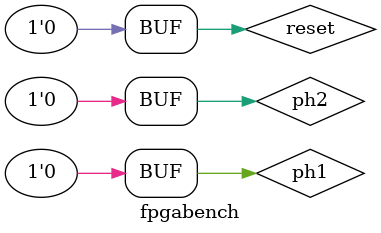
<source format=v>

`timescale 1 ns / 1 ps


// LEDs [3:0] = {running, succeeded, failed (if not succeeded), power}

module fpgabench;

  reg         ph1, ph2;
  reg         reset;

  reg [7:0] interrupts;
  
  wire [31:0] writedata, dataadr;
  wire memwrite;
  wire [3:0] outputleds;

  // instantiate device to be tested
  fpga dut(ph1, ph2, reset, outputleds);
  
  // generate clock to sequence tests
  always
    begin
      ph1 <= 1; # 4; ph1 <= 0; # 1; //changed for new clock
      ph2 <= 1; # 4; ph2 <= 0; # 1;
    end
    
  initial
    begin
      reset <= 1; #15; reset <= 0;
    end
      
endmodule

</source>
